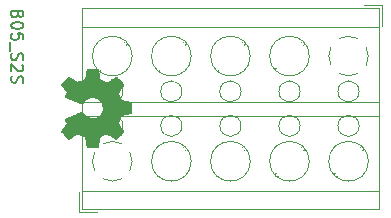
<source format=gbr>
G04 #@! TF.GenerationSoftware,KiCad,Pcbnew,5.1.5-52549c5~86~ubuntu18.04.1*
G04 #@! TF.CreationDate,2020-10-04T23:59:35-05:00*
G04 #@! TF.ProjectId,B05,4230352e-6b69-4636-9164-5f7063625858,rev?*
G04 #@! TF.SameCoordinates,Original*
G04 #@! TF.FileFunction,Legend,Top*
G04 #@! TF.FilePolarity,Positive*
%FSLAX46Y46*%
G04 Gerber Fmt 4.6, Leading zero omitted, Abs format (unit mm)*
G04 Created by KiCad (PCBNEW 5.1.5-52549c5~86~ubuntu18.04.1) date 2020-10-04 23:59:35*
%MOMM*%
%LPD*%
G04 APERTURE LIST*
%ADD10C,0.150000*%
%ADD11C,0.120000*%
%ADD12C,0.010000*%
G04 APERTURE END LIST*
D10*
X21026428Y-20931523D02*
X20978809Y-21074380D01*
X20931190Y-21122000D01*
X20835952Y-21169619D01*
X20693095Y-21169619D01*
X20597857Y-21122000D01*
X20550238Y-21074380D01*
X20502619Y-20979142D01*
X20502619Y-20598190D01*
X21502619Y-20598190D01*
X21502619Y-20931523D01*
X21455000Y-21026761D01*
X21407380Y-21074380D01*
X21312142Y-21122000D01*
X21216904Y-21122000D01*
X21121666Y-21074380D01*
X21074047Y-21026761D01*
X21026428Y-20931523D01*
X21026428Y-20598190D01*
X21502619Y-21788666D02*
X21502619Y-21883904D01*
X21455000Y-21979142D01*
X21407380Y-22026761D01*
X21312142Y-22074380D01*
X21121666Y-22122000D01*
X20883571Y-22122000D01*
X20693095Y-22074380D01*
X20597857Y-22026761D01*
X20550238Y-21979142D01*
X20502619Y-21883904D01*
X20502619Y-21788666D01*
X20550238Y-21693428D01*
X20597857Y-21645809D01*
X20693095Y-21598190D01*
X20883571Y-21550571D01*
X21121666Y-21550571D01*
X21312142Y-21598190D01*
X21407380Y-21645809D01*
X21455000Y-21693428D01*
X21502619Y-21788666D01*
X21502619Y-23026761D02*
X21502619Y-22550571D01*
X21026428Y-22502952D01*
X21074047Y-22550571D01*
X21121666Y-22645809D01*
X21121666Y-22883904D01*
X21074047Y-22979142D01*
X21026428Y-23026761D01*
X20931190Y-23074380D01*
X20693095Y-23074380D01*
X20597857Y-23026761D01*
X20550238Y-22979142D01*
X20502619Y-22883904D01*
X20502619Y-22645809D01*
X20550238Y-22550571D01*
X20597857Y-22502952D01*
X20407380Y-23264857D02*
X20407380Y-24026761D01*
X20550238Y-24217238D02*
X20502619Y-24360095D01*
X20502619Y-24598190D01*
X20550238Y-24693428D01*
X20597857Y-24741047D01*
X20693095Y-24788666D01*
X20788333Y-24788666D01*
X20883571Y-24741047D01*
X20931190Y-24693428D01*
X20978809Y-24598190D01*
X21026428Y-24407714D01*
X21074047Y-24312476D01*
X21121666Y-24264857D01*
X21216904Y-24217238D01*
X21312142Y-24217238D01*
X21407380Y-24264857D01*
X21455000Y-24312476D01*
X21502619Y-24407714D01*
X21502619Y-24645809D01*
X21455000Y-24788666D01*
X21407380Y-25169619D02*
X21455000Y-25217238D01*
X21502619Y-25312476D01*
X21502619Y-25550571D01*
X21455000Y-25645809D01*
X21407380Y-25693428D01*
X21312142Y-25741047D01*
X21216904Y-25741047D01*
X21074047Y-25693428D01*
X20502619Y-25122000D01*
X20502619Y-25741047D01*
X20550238Y-26122000D02*
X20502619Y-26264857D01*
X20502619Y-26502952D01*
X20550238Y-26598190D01*
X20597857Y-26645809D01*
X20693095Y-26693428D01*
X20788333Y-26693428D01*
X20883571Y-26645809D01*
X20931190Y-26598190D01*
X20978809Y-26502952D01*
X21026428Y-26312476D01*
X21074047Y-26217238D01*
X21121666Y-26169619D01*
X21216904Y-26122000D01*
X21312142Y-26122000D01*
X21407380Y-26169619D01*
X21455000Y-26217238D01*
X21502619Y-26312476D01*
X21502619Y-26550571D01*
X21455000Y-26693428D01*
D11*
X26250000Y-37645200D02*
X27750000Y-37645200D01*
X26250000Y-35905200D02*
X26250000Y-37645200D01*
X47870000Y-34321200D02*
X47776000Y-34414200D01*
X50120000Y-32070200D02*
X50061000Y-32129200D01*
X48040000Y-34561200D02*
X47981000Y-34619200D01*
X50325000Y-32276200D02*
X50231000Y-32369200D01*
X42870000Y-34321200D02*
X42776000Y-34414200D01*
X45120000Y-32070200D02*
X45061000Y-32129200D01*
X43040000Y-34561200D02*
X42981000Y-34619200D01*
X45325000Y-32276200D02*
X45231000Y-32369200D01*
X37870000Y-34321200D02*
X37776000Y-34414200D01*
X40120000Y-32070200D02*
X40061000Y-32129200D01*
X38040000Y-34561200D02*
X37981000Y-34619200D01*
X40325000Y-32276200D02*
X40231000Y-32369200D01*
X32870000Y-34321200D02*
X32776000Y-34414200D01*
X35120000Y-32070200D02*
X35061000Y-32129200D01*
X33040000Y-34561200D02*
X32981000Y-34619200D01*
X35325000Y-32276200D02*
X35231000Y-32369200D01*
X51610000Y-28285200D02*
X51610000Y-37405200D01*
X26490000Y-28285200D02*
X26490000Y-37405200D01*
X26490000Y-37405200D02*
X51610000Y-37405200D01*
X26490000Y-28285200D02*
X51610000Y-28285200D01*
X26490000Y-35845200D02*
X51610000Y-35845200D01*
X49950000Y-30345200D02*
G75*
G03X49950000Y-30345200I-900000J0D01*
G01*
X50730000Y-33345200D02*
G75*
G03X50730000Y-33345200I-1680000J0D01*
G01*
X44950000Y-30345200D02*
G75*
G03X44950000Y-30345200I-900000J0D01*
G01*
X45730000Y-33345200D02*
G75*
G03X45730000Y-33345200I-1680000J0D01*
G01*
X39950000Y-30345200D02*
G75*
G03X39950000Y-30345200I-900000J0D01*
G01*
X40730000Y-33345200D02*
G75*
G03X40730000Y-33345200I-1680000J0D01*
G01*
X34950000Y-30345200D02*
G75*
G03X34950000Y-30345200I-900000J0D01*
G01*
X35730000Y-33345200D02*
G75*
G03X35730000Y-33345200I-1680000J0D01*
G01*
X29950000Y-30345200D02*
G75*
G03X29950000Y-30345200I-900000J0D01*
G01*
X29079383Y-35025650D02*
G75*
G02X28261000Y-34829200I-29383J1680450D01*
G01*
X27566047Y-34134288D02*
G75*
G02X27566000Y-32556200I1483953J789088D01*
G01*
X28260912Y-31861247D02*
G75*
G02X29839000Y-31861200I789088J-1483953D01*
G01*
X30533953Y-32556112D02*
G75*
G02X30534000Y-34134200I-1483953J-789088D01*
G01*
X29838712Y-34828552D02*
G75*
G02X29050000Y-35025200I-788712J1483352D01*
G01*
X51850000Y-20134800D02*
X50350000Y-20134800D01*
X51850000Y-21874800D02*
X51850000Y-20134800D01*
X30230000Y-23458800D02*
X30324000Y-23365800D01*
X27980000Y-25709800D02*
X28039000Y-25650800D01*
X30060000Y-23218800D02*
X30119000Y-23160800D01*
X27775000Y-25503800D02*
X27869000Y-25410800D01*
X35230000Y-23458800D02*
X35324000Y-23365800D01*
X32980000Y-25709800D02*
X33039000Y-25650800D01*
X35060000Y-23218800D02*
X35119000Y-23160800D01*
X32775000Y-25503800D02*
X32869000Y-25410800D01*
X40230000Y-23458800D02*
X40324000Y-23365800D01*
X37980000Y-25709800D02*
X38039000Y-25650800D01*
X40060000Y-23218800D02*
X40119000Y-23160800D01*
X37775000Y-25503800D02*
X37869000Y-25410800D01*
X45230000Y-23458800D02*
X45324000Y-23365800D01*
X42980000Y-25709800D02*
X43039000Y-25650800D01*
X45060000Y-23218800D02*
X45119000Y-23160800D01*
X42775000Y-25503800D02*
X42869000Y-25410800D01*
X26490000Y-29494800D02*
X26490000Y-20374800D01*
X51610000Y-29494800D02*
X51610000Y-20374800D01*
X51610000Y-20374800D02*
X26490000Y-20374800D01*
X51610000Y-29494800D02*
X26490000Y-29494800D01*
X51610000Y-21934800D02*
X26490000Y-21934800D01*
X29950000Y-27434800D02*
G75*
G03X29950000Y-27434800I-900000J0D01*
G01*
X30730000Y-24434800D02*
G75*
G03X30730000Y-24434800I-1680000J0D01*
G01*
X34950000Y-27434800D02*
G75*
G03X34950000Y-27434800I-900000J0D01*
G01*
X35730000Y-24434800D02*
G75*
G03X35730000Y-24434800I-1680000J0D01*
G01*
X39950000Y-27434800D02*
G75*
G03X39950000Y-27434800I-900000J0D01*
G01*
X40730000Y-24434800D02*
G75*
G03X40730000Y-24434800I-1680000J0D01*
G01*
X44950000Y-27434800D02*
G75*
G03X44950000Y-27434800I-900000J0D01*
G01*
X45730000Y-24434800D02*
G75*
G03X45730000Y-24434800I-1680000J0D01*
G01*
X49950000Y-27434800D02*
G75*
G03X49950000Y-27434800I-900000J0D01*
G01*
X49020617Y-22754350D02*
G75*
G02X49839000Y-22950800I29383J-1680450D01*
G01*
X50533953Y-23645712D02*
G75*
G02X50534000Y-25223800I-1483953J-789088D01*
G01*
X49839088Y-25918753D02*
G75*
G02X48261000Y-25918800I-789088J1483953D01*
G01*
X47566047Y-25223888D02*
G75*
G02X47566000Y-23645800I1483953J789088D01*
G01*
X48261288Y-22951448D02*
G75*
G02X49050000Y-22754800I788712J-1483352D01*
G01*
D12*
G36*
X30191669Y-29359414D02*
G01*
X29747045Y-29443235D01*
X29619547Y-29752520D01*
X29492049Y-30061806D01*
X29744354Y-30432846D01*
X29814604Y-30536757D01*
X29877328Y-30630687D01*
X29929662Y-30710252D01*
X29968743Y-30771070D01*
X29991707Y-30808757D01*
X29996658Y-30819021D01*
X29983924Y-30837510D01*
X29948718Y-30877020D01*
X29895538Y-30933122D01*
X29828882Y-31001387D01*
X29753246Y-31077386D01*
X29673128Y-31156692D01*
X29593026Y-31234875D01*
X29517436Y-31307507D01*
X29450855Y-31370159D01*
X29397782Y-31418403D01*
X29362713Y-31447810D01*
X29350977Y-31454841D01*
X29329340Y-31444723D01*
X29281938Y-31416359D01*
X29213407Y-31372729D01*
X29128385Y-31316818D01*
X29031507Y-31251606D01*
X28976250Y-31213819D01*
X28875352Y-31144943D01*
X28784301Y-31083740D01*
X28707630Y-31033178D01*
X28649872Y-30996228D01*
X28615557Y-30975858D01*
X28608346Y-30972797D01*
X28587852Y-30979736D01*
X28540087Y-30998651D01*
X28471768Y-31026687D01*
X28389611Y-31060991D01*
X28300330Y-31098709D01*
X28210642Y-31136987D01*
X28127262Y-31172970D01*
X28056906Y-31203806D01*
X28006290Y-31226639D01*
X27982129Y-31238617D01*
X27981178Y-31239324D01*
X27976564Y-31258131D01*
X27966272Y-31308218D01*
X27951313Y-31384393D01*
X27932699Y-31481465D01*
X27911441Y-31594243D01*
X27899182Y-31660042D01*
X27876238Y-31780550D01*
X27854405Y-31889397D01*
X27834878Y-31981076D01*
X27818852Y-32050081D01*
X27807521Y-32090904D01*
X27803926Y-32099111D01*
X27779594Y-32107148D01*
X27724641Y-32113633D01*
X27645492Y-32118570D01*
X27548574Y-32121964D01*
X27440313Y-32123818D01*
X27327135Y-32124138D01*
X27215465Y-32122927D01*
X27111732Y-32120190D01*
X27022359Y-32115931D01*
X26953774Y-32110155D01*
X26912403Y-32102867D01*
X26903790Y-32098495D01*
X26893467Y-32072364D01*
X26878708Y-32016993D01*
X26861248Y-31939707D01*
X26842820Y-31847830D01*
X26836859Y-31815758D01*
X26808534Y-31661124D01*
X26785724Y-31538975D01*
X26767520Y-31445273D01*
X26753017Y-31375984D01*
X26741308Y-31327071D01*
X26731485Y-31294497D01*
X26722644Y-31274228D01*
X26713876Y-31262226D01*
X26712143Y-31260547D01*
X26684229Y-31243784D01*
X26629905Y-31218214D01*
X26555823Y-31186388D01*
X26468635Y-31150860D01*
X26374992Y-31114183D01*
X26281548Y-31078911D01*
X26194953Y-31047596D01*
X26121860Y-31022793D01*
X26068922Y-31007054D01*
X26042789Y-31002932D01*
X26041874Y-31003276D01*
X26020514Y-31017241D01*
X25973516Y-31048922D01*
X25905773Y-31094991D01*
X25822177Y-31152118D01*
X25727618Y-31216973D01*
X25700746Y-31235443D01*
X25603325Y-31301299D01*
X25514437Y-31359250D01*
X25439188Y-31406138D01*
X25382680Y-31438807D01*
X25350019Y-31454100D01*
X25346007Y-31454841D01*
X25324916Y-31441992D01*
X25283136Y-31406488D01*
X25225155Y-31352893D01*
X25155465Y-31285771D01*
X25078555Y-31209687D01*
X24998917Y-31129204D01*
X24921039Y-31048887D01*
X24849414Y-30973299D01*
X24788530Y-30907005D01*
X24742879Y-30854569D01*
X24716950Y-30820555D01*
X24712717Y-30811145D01*
X24722688Y-30789243D01*
X24749580Y-30744400D01*
X24788864Y-30683921D01*
X24820483Y-30637389D01*
X24878502Y-30553075D01*
X24946816Y-30453226D01*
X25015021Y-30353073D01*
X25051525Y-30299227D01*
X25174800Y-30116971D01*
X25092080Y-29963981D01*
X25055841Y-29894282D01*
X25027674Y-29835014D01*
X25011609Y-29794911D01*
X25009374Y-29784703D01*
X25025878Y-29772429D01*
X25072518Y-29748213D01*
X25144991Y-29713863D01*
X25238994Y-29671188D01*
X25350226Y-29621994D01*
X25474385Y-29568090D01*
X25607168Y-29511284D01*
X25744273Y-29453382D01*
X25881398Y-29396193D01*
X26014242Y-29341524D01*
X26138502Y-29291184D01*
X26249875Y-29246980D01*
X26344061Y-29210719D01*
X26416756Y-29184209D01*
X26463659Y-29169258D01*
X26479767Y-29166854D01*
X26500314Y-29185911D01*
X26533667Y-29227636D01*
X26572898Y-29283306D01*
X26576001Y-29287978D01*
X26691177Y-29431864D01*
X26825547Y-29547883D01*
X26974816Y-29635030D01*
X27134687Y-29692299D01*
X27300863Y-29718686D01*
X27469048Y-29713185D01*
X27634945Y-29674790D01*
X27794258Y-29602495D01*
X27829113Y-29581226D01*
X27969863Y-29470596D01*
X28082886Y-29339902D01*
X28167597Y-29193664D01*
X28223406Y-29036408D01*
X28249726Y-28872657D01*
X28245970Y-28706933D01*
X28211550Y-28543762D01*
X28145877Y-28387665D01*
X28048365Y-28243167D01*
X28008787Y-28198469D01*
X27884897Y-28084712D01*
X27754476Y-28001818D01*
X27608285Y-27944956D01*
X27463512Y-27913287D01*
X27300740Y-27905469D01*
X27137160Y-27931538D01*
X26978302Y-27988845D01*
X26829694Y-28074744D01*
X26696865Y-28186586D01*
X26585344Y-28321723D01*
X26573589Y-28339483D01*
X26535092Y-28395750D01*
X26501737Y-28438523D01*
X26480440Y-28458972D01*
X26479767Y-28459269D01*
X26456729Y-28454879D01*
X26404443Y-28437476D01*
X26327210Y-28408868D01*
X26229332Y-28370865D01*
X26115109Y-28325274D01*
X25988842Y-28273903D01*
X25854833Y-28218562D01*
X25717382Y-28161058D01*
X25580792Y-28103201D01*
X25449363Y-28046798D01*
X25327395Y-27993658D01*
X25219191Y-27945590D01*
X25129051Y-27904401D01*
X25061277Y-27871901D01*
X25020170Y-27849897D01*
X25009374Y-27841036D01*
X25017781Y-27813960D01*
X25040328Y-27763297D01*
X25072987Y-27697783D01*
X25092080Y-27661759D01*
X25174800Y-27508768D01*
X25051525Y-27326512D01*
X24988372Y-27233475D01*
X24918873Y-27131615D01*
X24853435Y-27036162D01*
X24820483Y-26988350D01*
X24775327Y-26921105D01*
X24739543Y-26864164D01*
X24717662Y-26824954D01*
X24713037Y-26812219D01*
X24725515Y-26793683D01*
X24760348Y-26752659D01*
X24813922Y-26693125D01*
X24882617Y-26619058D01*
X24962819Y-26534435D01*
X25014314Y-26480915D01*
X25106314Y-26387281D01*
X25188601Y-26306359D01*
X25257655Y-26241423D01*
X25309956Y-26195742D01*
X25341984Y-26172589D01*
X25348484Y-26170368D01*
X25373206Y-26180676D01*
X25423195Y-26209161D01*
X25493388Y-26252663D01*
X25578725Y-26308023D01*
X25674144Y-26372080D01*
X25700746Y-26390297D01*
X25797433Y-26456673D01*
X25884483Y-26516222D01*
X25957005Y-26565616D01*
X26010107Y-26601525D01*
X26038897Y-26620619D01*
X26041874Y-26622464D01*
X26064818Y-26619705D01*
X26115264Y-26605062D01*
X26186559Y-26581087D01*
X26272053Y-26550334D01*
X26365093Y-26515356D01*
X26459026Y-26478707D01*
X26547201Y-26442939D01*
X26622966Y-26410606D01*
X26679669Y-26384262D01*
X26710657Y-26366458D01*
X26712143Y-26365193D01*
X26720999Y-26354306D01*
X26729757Y-26335918D01*
X26739323Y-26305994D01*
X26750604Y-26260497D01*
X26764507Y-26195391D01*
X26781937Y-26106639D01*
X26803802Y-25990207D01*
X26831009Y-25842058D01*
X26836859Y-25809982D01*
X26855226Y-25714914D01*
X26873195Y-25632035D01*
X26889031Y-25568670D01*
X26901000Y-25532142D01*
X26903790Y-25527244D01*
X26928528Y-25519173D01*
X26983810Y-25512613D01*
X27063211Y-25507567D01*
X27160304Y-25504041D01*
X27268662Y-25502039D01*
X27381860Y-25501564D01*
X27493472Y-25502623D01*
X27597071Y-25505218D01*
X27686232Y-25509354D01*
X27754528Y-25515037D01*
X27795534Y-25522269D01*
X27803926Y-25526629D01*
X27812392Y-25550902D01*
X27826165Y-25606174D01*
X27844050Y-25686938D01*
X27864852Y-25787688D01*
X27887377Y-25902917D01*
X27899182Y-25965698D01*
X27921449Y-26084813D01*
X27941621Y-26191035D01*
X27958685Y-26279173D01*
X27971631Y-26344034D01*
X27979445Y-26380426D01*
X27981178Y-26386416D01*
X28000710Y-26396539D01*
X28047757Y-26417938D01*
X28115597Y-26447761D01*
X28197509Y-26483155D01*
X28286772Y-26521268D01*
X28376665Y-26559247D01*
X28460465Y-26594240D01*
X28531453Y-26623394D01*
X28582906Y-26643857D01*
X28608103Y-26652777D01*
X28609204Y-26652943D01*
X28629081Y-26642831D01*
X28674823Y-26614483D01*
X28741883Y-26570877D01*
X28825716Y-26514994D01*
X28921774Y-26449813D01*
X28976950Y-26411921D01*
X29078119Y-26342875D01*
X29169970Y-26281550D01*
X29247856Y-26230937D01*
X29307131Y-26194029D01*
X29343149Y-26173818D01*
X29351223Y-26170899D01*
X29370016Y-26183447D01*
X29410143Y-26218137D01*
X29467107Y-26270537D01*
X29536415Y-26336216D01*
X29613569Y-26410744D01*
X29694075Y-26489687D01*
X29773437Y-26568617D01*
X29847160Y-26643100D01*
X29910748Y-26708706D01*
X29959706Y-26761004D01*
X29989539Y-26795561D01*
X29996658Y-26807122D01*
X29986647Y-26825946D01*
X29958522Y-26870969D01*
X29915146Y-26937813D01*
X29859382Y-27022101D01*
X29794094Y-27119456D01*
X29744354Y-27192893D01*
X29492049Y-27563933D01*
X29747045Y-28182505D01*
X30191669Y-28266325D01*
X30636293Y-28350146D01*
X30636293Y-29275594D01*
X30191669Y-29359414D01*
G37*
X30191669Y-29359414D02*
X29747045Y-29443235D01*
X29619547Y-29752520D01*
X29492049Y-30061806D01*
X29744354Y-30432846D01*
X29814604Y-30536757D01*
X29877328Y-30630687D01*
X29929662Y-30710252D01*
X29968743Y-30771070D01*
X29991707Y-30808757D01*
X29996658Y-30819021D01*
X29983924Y-30837510D01*
X29948718Y-30877020D01*
X29895538Y-30933122D01*
X29828882Y-31001387D01*
X29753246Y-31077386D01*
X29673128Y-31156692D01*
X29593026Y-31234875D01*
X29517436Y-31307507D01*
X29450855Y-31370159D01*
X29397782Y-31418403D01*
X29362713Y-31447810D01*
X29350977Y-31454841D01*
X29329340Y-31444723D01*
X29281938Y-31416359D01*
X29213407Y-31372729D01*
X29128385Y-31316818D01*
X29031507Y-31251606D01*
X28976250Y-31213819D01*
X28875352Y-31144943D01*
X28784301Y-31083740D01*
X28707630Y-31033178D01*
X28649872Y-30996228D01*
X28615557Y-30975858D01*
X28608346Y-30972797D01*
X28587852Y-30979736D01*
X28540087Y-30998651D01*
X28471768Y-31026687D01*
X28389611Y-31060991D01*
X28300330Y-31098709D01*
X28210642Y-31136987D01*
X28127262Y-31172970D01*
X28056906Y-31203806D01*
X28006290Y-31226639D01*
X27982129Y-31238617D01*
X27981178Y-31239324D01*
X27976564Y-31258131D01*
X27966272Y-31308218D01*
X27951313Y-31384393D01*
X27932699Y-31481465D01*
X27911441Y-31594243D01*
X27899182Y-31660042D01*
X27876238Y-31780550D01*
X27854405Y-31889397D01*
X27834878Y-31981076D01*
X27818852Y-32050081D01*
X27807521Y-32090904D01*
X27803926Y-32099111D01*
X27779594Y-32107148D01*
X27724641Y-32113633D01*
X27645492Y-32118570D01*
X27548574Y-32121964D01*
X27440313Y-32123818D01*
X27327135Y-32124138D01*
X27215465Y-32122927D01*
X27111732Y-32120190D01*
X27022359Y-32115931D01*
X26953774Y-32110155D01*
X26912403Y-32102867D01*
X26903790Y-32098495D01*
X26893467Y-32072364D01*
X26878708Y-32016993D01*
X26861248Y-31939707D01*
X26842820Y-31847830D01*
X26836859Y-31815758D01*
X26808534Y-31661124D01*
X26785724Y-31538975D01*
X26767520Y-31445273D01*
X26753017Y-31375984D01*
X26741308Y-31327071D01*
X26731485Y-31294497D01*
X26722644Y-31274228D01*
X26713876Y-31262226D01*
X26712143Y-31260547D01*
X26684229Y-31243784D01*
X26629905Y-31218214D01*
X26555823Y-31186388D01*
X26468635Y-31150860D01*
X26374992Y-31114183D01*
X26281548Y-31078911D01*
X26194953Y-31047596D01*
X26121860Y-31022793D01*
X26068922Y-31007054D01*
X26042789Y-31002932D01*
X26041874Y-31003276D01*
X26020514Y-31017241D01*
X25973516Y-31048922D01*
X25905773Y-31094991D01*
X25822177Y-31152118D01*
X25727618Y-31216973D01*
X25700746Y-31235443D01*
X25603325Y-31301299D01*
X25514437Y-31359250D01*
X25439188Y-31406138D01*
X25382680Y-31438807D01*
X25350019Y-31454100D01*
X25346007Y-31454841D01*
X25324916Y-31441992D01*
X25283136Y-31406488D01*
X25225155Y-31352893D01*
X25155465Y-31285771D01*
X25078555Y-31209687D01*
X24998917Y-31129204D01*
X24921039Y-31048887D01*
X24849414Y-30973299D01*
X24788530Y-30907005D01*
X24742879Y-30854569D01*
X24716950Y-30820555D01*
X24712717Y-30811145D01*
X24722688Y-30789243D01*
X24749580Y-30744400D01*
X24788864Y-30683921D01*
X24820483Y-30637389D01*
X24878502Y-30553075D01*
X24946816Y-30453226D01*
X25015021Y-30353073D01*
X25051525Y-30299227D01*
X25174800Y-30116971D01*
X25092080Y-29963981D01*
X25055841Y-29894282D01*
X25027674Y-29835014D01*
X25011609Y-29794911D01*
X25009374Y-29784703D01*
X25025878Y-29772429D01*
X25072518Y-29748213D01*
X25144991Y-29713863D01*
X25238994Y-29671188D01*
X25350226Y-29621994D01*
X25474385Y-29568090D01*
X25607168Y-29511284D01*
X25744273Y-29453382D01*
X25881398Y-29396193D01*
X26014242Y-29341524D01*
X26138502Y-29291184D01*
X26249875Y-29246980D01*
X26344061Y-29210719D01*
X26416756Y-29184209D01*
X26463659Y-29169258D01*
X26479767Y-29166854D01*
X26500314Y-29185911D01*
X26533667Y-29227636D01*
X26572898Y-29283306D01*
X26576001Y-29287978D01*
X26691177Y-29431864D01*
X26825547Y-29547883D01*
X26974816Y-29635030D01*
X27134687Y-29692299D01*
X27300863Y-29718686D01*
X27469048Y-29713185D01*
X27634945Y-29674790D01*
X27794258Y-29602495D01*
X27829113Y-29581226D01*
X27969863Y-29470596D01*
X28082886Y-29339902D01*
X28167597Y-29193664D01*
X28223406Y-29036408D01*
X28249726Y-28872657D01*
X28245970Y-28706933D01*
X28211550Y-28543762D01*
X28145877Y-28387665D01*
X28048365Y-28243167D01*
X28008787Y-28198469D01*
X27884897Y-28084712D01*
X27754476Y-28001818D01*
X27608285Y-27944956D01*
X27463512Y-27913287D01*
X27300740Y-27905469D01*
X27137160Y-27931538D01*
X26978302Y-27988845D01*
X26829694Y-28074744D01*
X26696865Y-28186586D01*
X26585344Y-28321723D01*
X26573589Y-28339483D01*
X26535092Y-28395750D01*
X26501737Y-28438523D01*
X26480440Y-28458972D01*
X26479767Y-28459269D01*
X26456729Y-28454879D01*
X26404443Y-28437476D01*
X26327210Y-28408868D01*
X26229332Y-28370865D01*
X26115109Y-28325274D01*
X25988842Y-28273903D01*
X25854833Y-28218562D01*
X25717382Y-28161058D01*
X25580792Y-28103201D01*
X25449363Y-28046798D01*
X25327395Y-27993658D01*
X25219191Y-27945590D01*
X25129051Y-27904401D01*
X25061277Y-27871901D01*
X25020170Y-27849897D01*
X25009374Y-27841036D01*
X25017781Y-27813960D01*
X25040328Y-27763297D01*
X25072987Y-27697783D01*
X25092080Y-27661759D01*
X25174800Y-27508768D01*
X25051525Y-27326512D01*
X24988372Y-27233475D01*
X24918873Y-27131615D01*
X24853435Y-27036162D01*
X24820483Y-26988350D01*
X24775327Y-26921105D01*
X24739543Y-26864164D01*
X24717662Y-26824954D01*
X24713037Y-26812219D01*
X24725515Y-26793683D01*
X24760348Y-26752659D01*
X24813922Y-26693125D01*
X24882617Y-26619058D01*
X24962819Y-26534435D01*
X25014314Y-26480915D01*
X25106314Y-26387281D01*
X25188601Y-26306359D01*
X25257655Y-26241423D01*
X25309956Y-26195742D01*
X25341984Y-26172589D01*
X25348484Y-26170368D01*
X25373206Y-26180676D01*
X25423195Y-26209161D01*
X25493388Y-26252663D01*
X25578725Y-26308023D01*
X25674144Y-26372080D01*
X25700746Y-26390297D01*
X25797433Y-26456673D01*
X25884483Y-26516222D01*
X25957005Y-26565616D01*
X26010107Y-26601525D01*
X26038897Y-26620619D01*
X26041874Y-26622464D01*
X26064818Y-26619705D01*
X26115264Y-26605062D01*
X26186559Y-26581087D01*
X26272053Y-26550334D01*
X26365093Y-26515356D01*
X26459026Y-26478707D01*
X26547201Y-26442939D01*
X26622966Y-26410606D01*
X26679669Y-26384262D01*
X26710657Y-26366458D01*
X26712143Y-26365193D01*
X26720999Y-26354306D01*
X26729757Y-26335918D01*
X26739323Y-26305994D01*
X26750604Y-26260497D01*
X26764507Y-26195391D01*
X26781937Y-26106639D01*
X26803802Y-25990207D01*
X26831009Y-25842058D01*
X26836859Y-25809982D01*
X26855226Y-25714914D01*
X26873195Y-25632035D01*
X26889031Y-25568670D01*
X26901000Y-25532142D01*
X26903790Y-25527244D01*
X26928528Y-25519173D01*
X26983810Y-25512613D01*
X27063211Y-25507567D01*
X27160304Y-25504041D01*
X27268662Y-25502039D01*
X27381860Y-25501564D01*
X27493472Y-25502623D01*
X27597071Y-25505218D01*
X27686232Y-25509354D01*
X27754528Y-25515037D01*
X27795534Y-25522269D01*
X27803926Y-25526629D01*
X27812392Y-25550902D01*
X27826165Y-25606174D01*
X27844050Y-25686938D01*
X27864852Y-25787688D01*
X27887377Y-25902917D01*
X27899182Y-25965698D01*
X27921449Y-26084813D01*
X27941621Y-26191035D01*
X27958685Y-26279173D01*
X27971631Y-26344034D01*
X27979445Y-26380426D01*
X27981178Y-26386416D01*
X28000710Y-26396539D01*
X28047757Y-26417938D01*
X28115597Y-26447761D01*
X28197509Y-26483155D01*
X28286772Y-26521268D01*
X28376665Y-26559247D01*
X28460465Y-26594240D01*
X28531453Y-26623394D01*
X28582906Y-26643857D01*
X28608103Y-26652777D01*
X28609204Y-26652943D01*
X28629081Y-26642831D01*
X28674823Y-26614483D01*
X28741883Y-26570877D01*
X28825716Y-26514994D01*
X28921774Y-26449813D01*
X28976950Y-26411921D01*
X29078119Y-26342875D01*
X29169970Y-26281550D01*
X29247856Y-26230937D01*
X29307131Y-26194029D01*
X29343149Y-26173818D01*
X29351223Y-26170899D01*
X29370016Y-26183447D01*
X29410143Y-26218137D01*
X29467107Y-26270537D01*
X29536415Y-26336216D01*
X29613569Y-26410744D01*
X29694075Y-26489687D01*
X29773437Y-26568617D01*
X29847160Y-26643100D01*
X29910748Y-26708706D01*
X29959706Y-26761004D01*
X29989539Y-26795561D01*
X29996658Y-26807122D01*
X29986647Y-26825946D01*
X29958522Y-26870969D01*
X29915146Y-26937813D01*
X29859382Y-27022101D01*
X29794094Y-27119456D01*
X29744354Y-27192893D01*
X29492049Y-27563933D01*
X29747045Y-28182505D01*
X30191669Y-28266325D01*
X30636293Y-28350146D01*
X30636293Y-29275594D01*
X30191669Y-29359414D01*
M02*

</source>
